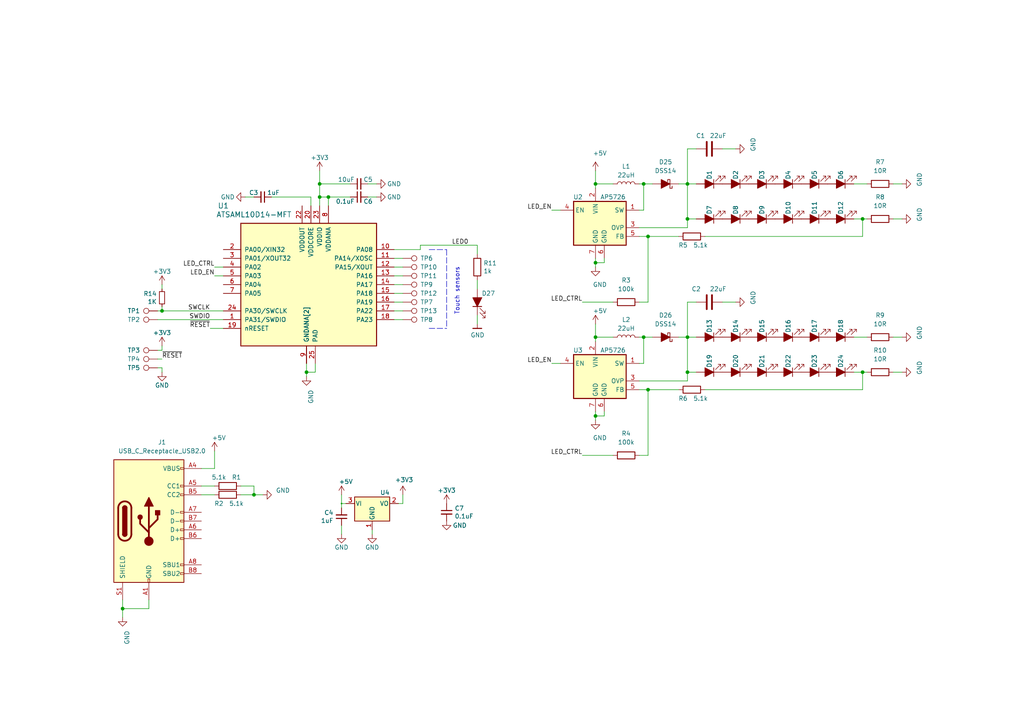
<source format=kicad_sch>
(kicad_sch (version 20201015) (generator eeschema)
  (page 1 1)
  (paper "A4")
  (title_block (title "Meiji Led Ring") (date "2020-12-03") (rev "r1.0") (company "GsD - @gregdavill") (comment 1 "To fit MA794 Barlow lens"))
  (lib_symbols
    (symbol "Connector:TestPoint" (pin_numbers hide) (pin_names (offset 0.762) hide)
      (property "Reference" "TP" (at 0 6.858 0))
      (property "Value" "TestPoint" (at 0 5.08 0))
      (symbol "TestPoint_1_1"
        (pin passive line (at 0 0 90) (length 2.54) (name "1") (number "1"))
      )
    )
    (symbol "Connector:USB_C_Receptacle_USB2.0" (pin_names (offset 1.016))
      (property "Reference" "J" (at -10.16 19.05 0))
      (property "Value" "USB_C_Receptacle_USB2.0" (at 19.05 19.05 0))
      (symbol "USB_C_Receptacle_USB2.0_1_1"
        (pin power_in line (at 0 -22.86 90) (length 5.08) (name "GND") (number "A1"))
        (pin passive line (at 0 -22.86 90) (length 5.08) hide (name "GND") (number "A12"))
        (pin power_in line (at 15.24 15.24 180) (length 5.08) (name "VBUS") (number "A4"))
        (pin bidirectional line (at 15.24 10.16 180) (length 5.08) (name "CC1") (number "A5"))
        (pin bidirectional line (at 15.24 -2.54 180) (length 5.08) (name "D+") (number "A6"))
        (pin bidirectional line (at 15.24 2.54 180) (length 5.08) (name "D-") (number "A7"))
        (pin bidirectional line (at 15.24 -12.7 180) (length 5.08) (name "SBU1") (number "A8"))
        (pin passive line (at 15.24 15.24 180) (length 5.08) hide (name "VBUS") (number "A9"))
        (pin passive line (at 0 -22.86 90) (length 5.08) hide (name "GND") (number "B1"))
        (pin passive line (at 0 -22.86 90) (length 5.08) hide (name "GND") (number "B12"))
        (pin passive line (at 15.24 15.24 180) (length 5.08) hide (name "VBUS") (number "B4"))
        (pin bidirectional line (at 15.24 7.62 180) (length 5.08) (name "CC2") (number "B5"))
        (pin bidirectional line (at 15.24 -5.08 180) (length 5.08) (name "D+") (number "B6"))
        (pin bidirectional line (at 15.24 0 180) (length 5.08) (name "D-") (number "B7"))
        (pin bidirectional line (at 15.24 -15.24 180) (length 5.08) (name "SBU2") (number "B8"))
        (pin passive line (at 15.24 15.24 180) (length 5.08) hide (name "VBUS") (number "B9"))
        (pin passive line (at -7.62 -22.86 90) (length 5.08) (name "SHIELD") (number "S1"))
      )
    )
    (symbol "Device:C" (pin_numbers hide) (pin_names (offset 0.254))
      (property "Reference" "C" (at 0.635 2.54 0))
      (property "Value" "C" (at 0.635 -2.54 0))
      (symbol "C_1_1"
        (pin passive line (at 0 3.81 270) (length 2.794) (name "~") (number "1"))
        (pin passive line (at 0 -3.81 90) (length 2.794) (name "~") (number "2"))
      )
    )
    (symbol "Device:C_Small" (pin_numbers hide) (pin_names (offset 0.254) hide)
      (property "Reference" "C" (at 0.254 1.778 0))
      (property "Value" "C_Small" (at 0.254 -2.032 0))
      (symbol "C_Small_1_1"
        (pin passive line (at 0 2.54 270) (length 2.032) (name "~") (number "1"))
        (pin passive line (at 0 -2.54 90) (length 2.032) (name "~") (number "2"))
      )
    )
    (symbol "Device:D_Schottky_ALT" (pin_numbers hide) (pin_names (offset 1.016) hide)
      (property "Reference" "D" (at 0 2.54 0))
      (property "Value" "D_Schottky_ALT" (at 0 -2.54 0))
      (symbol "D_Schottky_ALT_1_1"
        (pin passive line (at -3.81 0 0) (length 2.54) (name "K") (number "1"))
        (pin passive line (at 3.81 0 180) (length 2.54) (name "A") (number "2"))
      )
    )
    (symbol "Device:L" (pin_numbers hide) (pin_names (offset 1.016) hide)
      (property "Reference" "L" (at -1.27 0 90))
      (property "Value" "L" (at 1.905 0 90))
      (symbol "L_1_1"
        (pin passive line (at 0 3.81 270) (length 1.27) (name "1") (number "1"))
        (pin passive line (at 0 -3.81 90) (length 1.27) (name "2") (number "2"))
      )
    )
    (symbol "Device:LED_ALT" (pin_numbers hide) (pin_names hide)
      (property "Reference" "D" (at 0 2.54 0))
      (property "Value" "LED_ALT" (at 0 -2.54 0))
      (symbol "LED_ALT_1_1"
        (pin passive line (at -3.81 0 0) (length 2.54) (name "K") (number "1"))
        (pin passive line (at 3.81 0 180) (length 2.54) (name "A") (number "2"))
      )
    )
    (symbol "Device:LED_ALT_1" (pin_numbers hide) (pin_names (offset 1.016) hide)
      (property "Reference" "D" (at 0 2.54 0))
      (property "Value" "LED_ALT" (at 0 -2.54 0))
      (symbol "LED_ALT_1_1_1"
        (pin passive line (at -3.81 0 0) (length 2.54) (name "K") (number "1"))
        (pin passive line (at 3.81 0 180) (length 2.54) (name "A") (number "2"))
      )
    )
    (symbol "Device:LED_ALT_10" (pin_numbers hide) (pin_names (offset 1.016) hide)
      (property "Reference" "D" (at 0 2.54 0))
      (property "Value" "LED_ALT" (at 0 -2.54 0))
      (symbol "LED_ALT_10_1_1"
        (pin passive line (at -3.81 0 0) (length 2.54) (name "K") (number "1"))
        (pin passive line (at 3.81 0 180) (length 2.54) (name "A") (number "2"))
      )
    )
    (symbol "Device:LED_ALT_11" (pin_numbers hide) (pin_names (offset 1.016) hide)
      (property "Reference" "D" (at 0 2.54 0))
      (property "Value" "LED_ALT" (at 0 -2.54 0))
      (symbol "LED_ALT_11_1_1"
        (pin passive line (at -3.81 0 0) (length 2.54) (name "K") (number "1"))
        (pin passive line (at 3.81 0 180) (length 2.54) (name "A") (number "2"))
      )
    )
    (symbol "Device:LED_ALT_12" (pin_numbers hide) (pin_names (offset 1.016) hide)
      (property "Reference" "D" (at 0 2.54 0))
      (property "Value" "LED_ALT" (at 0 -2.54 0))
      (symbol "LED_ALT_12_1_1"
        (pin passive line (at -3.81 0 0) (length 2.54) (name "K") (number "1"))
        (pin passive line (at 3.81 0 180) (length 2.54) (name "A") (number "2"))
      )
    )
    (symbol "Device:LED_ALT_13" (pin_numbers hide) (pin_names (offset 1.016) hide)
      (property "Reference" "D" (at 0 2.54 0))
      (property "Value" "LED_ALT" (at 0 -2.54 0))
      (symbol "LED_ALT_13_1_1"
        (pin passive line (at -3.81 0 0) (length 2.54) (name "K") (number "1"))
        (pin passive line (at 3.81 0 180) (length 2.54) (name "A") (number "2"))
      )
    )
    (symbol "Device:LED_ALT_14" (pin_numbers hide) (pin_names (offset 1.016) hide)
      (property "Reference" "D" (at 0 2.54 0))
      (property "Value" "LED_ALT" (at 0 -2.54 0))
      (symbol "LED_ALT_14_1_1"
        (pin passive line (at -3.81 0 0) (length 2.54) (name "K") (number "1"))
        (pin passive line (at 3.81 0 180) (length 2.54) (name "A") (number "2"))
      )
    )
    (symbol "Device:LED_ALT_15" (pin_numbers hide) (pin_names (offset 1.016) hide)
      (property "Reference" "D" (at 0 2.54 0))
      (property "Value" "LED_ALT" (at 0 -2.54 0))
      (symbol "LED_ALT_15_1_1"
        (pin passive line (at -3.81 0 0) (length 2.54) (name "K") (number "1"))
        (pin passive line (at 3.81 0 180) (length 2.54) (name "A") (number "2"))
      )
    )
    (symbol "Device:LED_ALT_16" (pin_numbers hide) (pin_names (offset 1.016) hide)
      (property "Reference" "D" (at 0 2.54 0))
      (property "Value" "LED_ALT" (at 0 -2.54 0))
      (symbol "LED_ALT_16_1_1"
        (pin passive line (at -3.81 0 0) (length 2.54) (name "K") (number "1"))
        (pin passive line (at 3.81 0 180) (length 2.54) (name "A") (number "2"))
      )
    )
    (symbol "Device:LED_ALT_17" (pin_numbers hide) (pin_names (offset 1.016) hide)
      (property "Reference" "D" (at 0 2.54 0))
      (property "Value" "LED_ALT" (at 0 -2.54 0))
      (symbol "LED_ALT_17_1_1"
        (pin passive line (at -3.81 0 0) (length 2.54) (name "K") (number "1"))
        (pin passive line (at 3.81 0 180) (length 2.54) (name "A") (number "2"))
      )
    )
    (symbol "Device:LED_ALT_18" (pin_numbers hide) (pin_names (offset 1.016) hide)
      (property "Reference" "D" (at 0 2.54 0))
      (property "Value" "LED_ALT" (at 0 -2.54 0))
      (symbol "LED_ALT_18_1_1"
        (pin passive line (at -3.81 0 0) (length 2.54) (name "K") (number "1"))
        (pin passive line (at 3.81 0 180) (length 2.54) (name "A") (number "2"))
      )
    )
    (symbol "Device:LED_ALT_19" (pin_numbers hide) (pin_names (offset 1.016) hide)
      (property "Reference" "D" (at 0 2.54 0))
      (property "Value" "LED_ALT" (at 0 -2.54 0))
      (symbol "LED_ALT_19_1_1"
        (pin passive line (at -3.81 0 0) (length 2.54) (name "K") (number "1"))
        (pin passive line (at 3.81 0 180) (length 2.54) (name "A") (number "2"))
      )
    )
    (symbol "Device:LED_ALT_2" (pin_numbers hide) (pin_names (offset 1.016) hide)
      (property "Reference" "D" (at 0 2.54 0))
      (property "Value" "LED_ALT" (at 0 -2.54 0))
      (symbol "LED_ALT_2_1_1"
        (pin passive line (at -3.81 0 0) (length 2.54) (name "K") (number "1"))
        (pin passive line (at 3.81 0 180) (length 2.54) (name "A") (number "2"))
      )
    )
    (symbol "Device:LED_ALT_20" (pin_numbers hide) (pin_names (offset 1.016) hide)
      (property "Reference" "D" (at 0 2.54 0))
      (property "Value" "LED_ALT" (at 0 -2.54 0))
      (symbol "LED_ALT_20_1_1"
        (pin passive line (at -3.81 0 0) (length 2.54) (name "K") (number "1"))
        (pin passive line (at 3.81 0 180) (length 2.54) (name "A") (number "2"))
      )
    )
    (symbol "Device:LED_ALT_21" (pin_numbers hide) (pin_names (offset 1.016) hide)
      (property "Reference" "D" (at 0 2.54 0))
      (property "Value" "LED_ALT" (at 0 -2.54 0))
      (symbol "LED_ALT_21_1_1"
        (pin passive line (at -3.81 0 0) (length 2.54) (name "K") (number "1"))
        (pin passive line (at 3.81 0 180) (length 2.54) (name "A") (number "2"))
      )
    )
    (symbol "Device:LED_ALT_22" (pin_numbers hide) (pin_names (offset 1.016) hide)
      (property "Reference" "D" (at 0 2.54 0))
      (property "Value" "LED_ALT" (at 0 -2.54 0))
      (symbol "LED_ALT_22_1_1"
        (pin passive line (at -3.81 0 0) (length 2.54) (name "K") (number "1"))
        (pin passive line (at 3.81 0 180) (length 2.54) (name "A") (number "2"))
      )
    )
    (symbol "Device:LED_ALT_23" (pin_numbers hide) (pin_names (offset 1.016) hide)
      (property "Reference" "D" (at 0 2.54 0))
      (property "Value" "LED_ALT" (at 0 -2.54 0))
      (symbol "LED_ALT_23_1_1"
        (pin passive line (at -3.81 0 0) (length 2.54) (name "K") (number "1"))
        (pin passive line (at 3.81 0 180) (length 2.54) (name "A") (number "2"))
      )
    )
    (symbol "Device:LED_ALT_24" (pin_numbers hide) (pin_names (offset 1.016) hide)
      (property "Reference" "D" (at 0 2.54 0))
      (property "Value" "LED_ALT" (at 0 -2.54 0))
      (symbol "LED_ALT_24_1_1"
        (pin passive line (at -3.81 0 0) (length 2.54) (name "K") (number "1"))
        (pin passive line (at 3.81 0 180) (length 2.54) (name "A") (number "2"))
      )
    )
    (symbol "Device:LED_ALT_3" (pin_numbers hide) (pin_names (offset 1.016) hide)
      (property "Reference" "D" (at 0 2.54 0))
      (property "Value" "LED_ALT" (at 0 -2.54 0))
      (symbol "LED_ALT_3_1_1"
        (pin passive line (at -3.81 0 0) (length 2.54) (name "K") (number "1"))
        (pin passive line (at 3.81 0 180) (length 2.54) (name "A") (number "2"))
      )
    )
    (symbol "Device:LED_ALT_4" (pin_numbers hide) (pin_names (offset 1.016) hide)
      (property "Reference" "D" (at 0 2.54 0))
      (property "Value" "LED_ALT" (at 0 -2.54 0))
      (symbol "LED_ALT_4_1_1"
        (pin passive line (at -3.81 0 0) (length 2.54) (name "K") (number "1"))
        (pin passive line (at 3.81 0 180) (length 2.54) (name "A") (number "2"))
      )
    )
    (symbol "Device:LED_ALT_5" (pin_numbers hide) (pin_names (offset 1.016) hide)
      (property "Reference" "D" (at 0 2.54 0))
      (property "Value" "LED_ALT" (at 0 -2.54 0))
      (symbol "LED_ALT_5_1_1"
        (pin passive line (at -3.81 0 0) (length 2.54) (name "K") (number "1"))
        (pin passive line (at 3.81 0 180) (length 2.54) (name "A") (number "2"))
      )
    )
    (symbol "Device:LED_ALT_6" (pin_numbers hide) (pin_names (offset 1.016) hide)
      (property "Reference" "D" (at 0 2.54 0))
      (property "Value" "LED_ALT" (at 0 -2.54 0))
      (symbol "LED_ALT_6_1_1"
        (pin passive line (at -3.81 0 0) (length 2.54) (name "K") (number "1"))
        (pin passive line (at 3.81 0 180) (length 2.54) (name "A") (number "2"))
      )
    )
    (symbol "Device:LED_ALT_7" (pin_numbers hide) (pin_names (offset 1.016) hide)
      (property "Reference" "D" (at 0 2.54 0))
      (property "Value" "LED_ALT" (at 0 -2.54 0))
      (symbol "LED_ALT_7_1_1"
        (pin passive line (at -3.81 0 0) (length 2.54) (name "K") (number "1"))
        (pin passive line (at 3.81 0 180) (length 2.54) (name "A") (number "2"))
      )
    )
    (symbol "Device:LED_ALT_8" (pin_numbers hide) (pin_names (offset 1.016) hide)
      (property "Reference" "D" (at 0 2.54 0))
      (property "Value" "LED_ALT" (at 0 -2.54 0))
      (symbol "LED_ALT_8_1_1"
        (pin passive line (at -3.81 0 0) (length 2.54) (name "K") (number "1"))
        (pin passive line (at 3.81 0 180) (length 2.54) (name "A") (number "2"))
      )
    )
    (symbol "Device:LED_ALT_9" (pin_numbers hide) (pin_names (offset 1.016) hide)
      (property "Reference" "D" (at 0 2.54 0))
      (property "Value" "LED_ALT" (at 0 -2.54 0))
      (symbol "LED_ALT_9_1_1"
        (pin passive line (at -3.81 0 0) (length 2.54) (name "K") (number "1"))
        (pin passive line (at 3.81 0 180) (length 2.54) (name "A") (number "2"))
      )
    )
    (symbol "Device:R" (pin_numbers hide) (pin_names (offset 0))
      (property "Reference" "R" (at 2.032 0 90))
      (property "Value" "R" (at 0 0 90))
      (symbol "R_1_1"
        (pin passive line (at 0 3.81 270) (length 1.27) (name "~") (number "1"))
        (pin passive line (at 0 -3.81 90) (length 1.27) (name "~") (number "2"))
      )
    )
    (symbol "Device:R_1" (pin_numbers hide) (pin_names (offset 0))
      (property "Reference" "R" (at 2.032 0 90))
      (property "Value" "R" (at 0 0 90))
      (symbol "R_1_1_1"
        (pin passive line (at 0 3.81 270) (length 1.27) (name "~") (number "1"))
        (pin passive line (at 0 -3.81 90) (length 1.27) (name "~") (number "2"))
      )
    )
    (symbol "Device:R_10" (pin_numbers hide) (pin_names (offset 0))
      (property "Reference" "R" (at 2.032 0 90))
      (property "Value" "R" (at 0 0 90))
      (symbol "R_10_1_1"
        (pin passive line (at 0 3.81 270) (length 1.27) (name "~") (number "1"))
        (pin passive line (at 0 -3.81 90) (length 1.27) (name "~") (number "2"))
      )
    )
    (symbol "Device:R_2" (pin_numbers hide) (pin_names (offset 0))
      (property "Reference" "R" (at 2.032 0 90))
      (property "Value" "R" (at 0 0 90))
      (symbol "R_2_1_1"
        (pin passive line (at 0 3.81 270) (length 1.27) (name "~") (number "1"))
        (pin passive line (at 0 -3.81 90) (length 1.27) (name "~") (number "2"))
      )
    )
    (symbol "Device:R_3" (pin_numbers hide) (pin_names (offset 0))
      (property "Reference" "R" (at 2.032 0 90))
      (property "Value" "R" (at 0 0 90))
      (symbol "R_3_1_1"
        (pin passive line (at 0 3.81 270) (length 1.27) (name "~") (number "1"))
        (pin passive line (at 0 -3.81 90) (length 1.27) (name "~") (number "2"))
      )
    )
    (symbol "Device:R_4" (pin_numbers hide) (pin_names (offset 0))
      (property "Reference" "R" (at 2.032 0 90))
      (property "Value" "R" (at 0 0 90))
      (symbol "R_4_1_1"
        (pin passive line (at 0 3.81 270) (length 1.27) (name "~") (number "1"))
        (pin passive line (at 0 -3.81 90) (length 1.27) (name "~") (number "2"))
      )
    )
    (symbol "Device:R_5" (pin_numbers hide) (pin_names (offset 0))
      (property "Reference" "R" (at 2.032 0 90))
      (property "Value" "R" (at 0 0 90))
      (symbol "R_5_1_1"
        (pin passive line (at 0 3.81 270) (length 1.27) (name "~") (number "1"))
        (pin passive line (at 0 -3.81 90) (length 1.27) (name "~") (number "2"))
      )
    )
    (symbol "Device:R_6" (pin_numbers hide) (pin_names (offset 0))
      (property "Reference" "R" (at 2.032 0 90))
      (property "Value" "R" (at 0 0 90))
      (symbol "R_6_1_1"
        (pin passive line (at 0 3.81 270) (length 1.27) (name "~") (number "1"))
        (pin passive line (at 0 -3.81 90) (length 1.27) (name "~") (number "2"))
      )
    )
    (symbol "Device:R_7" (pin_numbers hide) (pin_names (offset 0))
      (property "Reference" "R" (at 2.032 0 90))
      (property "Value" "R" (at 0 0 90))
      (symbol "R_7_1_1"
        (pin passive line (at 0 3.81 270) (length 1.27) (name "~") (number "1"))
        (pin passive line (at 0 -3.81 90) (length 1.27) (name "~") (number "2"))
      )
    )
    (symbol "Device:R_8" (pin_numbers hide) (pin_names (offset 0))
      (property "Reference" "R" (at 2.032 0 90))
      (property "Value" "R" (at 0 0 90))
      (symbol "R_8_1_1"
        (pin passive line (at 0 3.81 270) (length 1.27) (name "~") (number "1"))
        (pin passive line (at 0 -3.81 90) (length 1.27) (name "~") (number "2"))
      )
    )
    (symbol "Device:R_9" (pin_numbers hide) (pin_names (offset 0))
      (property "Reference" "R" (at 2.032 0 90))
      (property "Value" "R" (at 0 0 90))
      (symbol "R_9_1_1"
        (pin passive line (at 0 3.81 270) (length 1.27) (name "~") (number "1"))
        (pin passive line (at 0 -3.81 90) (length 1.27) (name "~") (number "2"))
      )
    )
    (symbol "Device:R_Small" (pin_numbers hide) (pin_names (offset 0.254) hide)
      (property "Reference" "R" (at 0.762 0.508 0))
      (property "Value" "R_Small" (at 0.762 -1.016 0))
      (symbol "R_Small_1_1"
        (pin passive line (at 0 2.54 270) (length 0.762) (name "~") (number "1"))
        (pin passive line (at 0 -2.54 90) (length 0.762) (name "~") (number "2"))
      )
    )
    (symbol "Regulator_Linear:MCP1700-3302E_SOT23" (pin_names (offset 0.254))
      (property "Reference" "U" (at -3.81 3.175 0))
      (property "Value" "MCP1700-3302E_SOT23" (at 0 3.175 0))
      (symbol "MCP1700-3302E_SOT23_1_1"
        (pin power_in line (at 0 -7.62 90) (length 2.54) (name "GND") (number "1"))
        (pin power_out line (at 7.62 0 180) (length 2.54) (name "VO") (number "2"))
        (pin power_in line (at -7.62 0 0) (length 2.54) (name "VI") (number "3"))
      )
    )
    (symbol "gkl_power:GND" (power) (pin_names (offset 0))
      (property "Value" "GND" (at 0 -2.54 0))
      (symbol "GND_1_1"
        (pin power_in line (at 0 0 270) (length 0) hide (name "GND") (number "1"))
      )
    )
    (symbol "gsd-kicad:AP5726"
      (property "Reference" "U" (at 5.08 2.54 0))
      (property "Value" "AP5726" (at 15.24 2.54 0))
      (symbol "AP5726_1_1"
        (pin input line (at 10.16 5.08 270) (length 3.81) (name "VIN") (number "2"))
        (pin input line (at 22.86 -1.27 180) (length 3.81) (name "SW") (number "1"))
        (pin input line (at 22.86 -6.35 180) (length 3.81) (name "OVP") (number "3"))
        (pin input line (at 0 -1.27 0) (length 3.81) (name "EN") (number "4"))
        (pin input line (at 22.86 -8.89 180) (length 3.81) (name "FB") (number "5"))
        (pin input line (at 12.7 -15.24 90) (length 3.81) (name "GND") (number "6"))
        (pin input line (at 10.16 -15.24 90) (length 3.81) (name "GND") (number "7"))
      )
    )
    (symbol "gsd-kicad:ATSAML10D14-MFT" (pin_names (offset 1.016))
      (property "Reference" "U" (at 5.08 8.89 0))
      (property "Value" "ATSAML10D14-MFT" (at 33.02 8.89 0))
      (symbol "ATSAML10D14-MFT_1_1"
        (pin power_in line (at 24.13 -33.02 90) (length 5.08) (name "GNDANA[2]") (number "9"))
        (pin power_in line (at 24.13 -33.02 90) (length 5.08) (name "GNDANA[2]") (number "21"))
        (pin bidirectional line (at 0 0 0) (length 5.08) (name "PA00/XIN32") (number "2"))
        (pin bidirectional line (at 0 -2.54 0) (length 5.08) (name "PA01/XOUT32") (number "3"))
        (pin bidirectional line (at 0 -5.08 0) (length 5.08) (name "PA02") (number "4"))
        (pin bidirectional line (at 0 -7.62 0) (length 5.08) (name "PA03") (number "5"))
        (pin bidirectional line (at 0 -10.16 0) (length 5.08) (name "PA04") (number "6"))
        (pin bidirectional line (at 0 -12.7 0) (length 5.08) (name "PA05") (number "7"))
        (pin bidirectional line (at 49.53 0 180) (length 5.08) (name "PA08") (number "10"))
        (pin bidirectional line (at 49.53 -2.54 180) (length 5.08) (name "PA14/XOSC") (number "11"))
        (pin bidirectional line (at 49.53 -5.08 180) (length 5.08) (name "PA15/XOUT") (number "12"))
        (pin bidirectional line (at 49.53 -7.62 180) (length 5.08) (name "PA16") (number "13"))
        (pin bidirectional line (at 49.53 -10.16 180) (length 5.08) (name "PA17") (number "14"))
        (pin bidirectional line (at 49.53 -12.7 180) (length 5.08) (name "PA18") (number "15"))
        (pin bidirectional line (at 49.53 -15.24 180) (length 5.08) (name "PA19") (number "16"))
        (pin bidirectional line (at 49.53 -17.78 180) (length 5.08) (name "PA22") (number "17"))
        (pin bidirectional line (at 49.53 -20.32 180) (length 5.08) (name "PA23") (number "18"))
        (pin bidirectional line (at 0 -17.78 0) (length 5.08) (name "PA30/SWCLK") (number "24"))
        (pin bidirectional line (at 0 -20.32 0) (length 5.08) (name "PA31/SWDIO") (number "1"))
        (pin power_in line (at 26.67 -33.02 90) (length 5.08) (name "PAD") (number "25"))
        (pin power_in line (at 30.48 12.7 270) (length 5.08) (name "VDDANA") (number "8"))
        (pin power_in line (at 25.4 12.7 270) (length 5.08) (name "VDDCORE") (number "20"))
        (pin power_in line (at 27.94 12.7 270) (length 5.08) (name "VDDIO") (number "23"))
        (pin power_in line (at 22.86 12.7 270) (length 5.08) (name "VDDOUT") (number "22"))
        (pin bidirectional line (at 0 -22.86 0) (length 5.08) (name "nRESET") (number "19"))
      )
    )
    (symbol "power:+3.3V" (power) (pin_names (offset 0))
      (property "Value" "+3.3V" (at 0 3.556 0))
      (symbol "+3.3V_1_1"
        (pin power_in line (at 0 0 90) (length 0) hide (name "+3V3") (number "1"))
      )
    )
    (symbol "power:+5V" (power) (pin_names (offset 0))
      (property "Value" "+5V" (at 0 3.556 0))
      (symbol "+5V_1_1"
        (pin power_in line (at 0 0 90) (length 0) hide (name "+5V") (number "1"))
      )
    )
    (symbol "power:GND" (power) (pin_names (offset 0))
      (property "Value" "GND" (at 0 -3.81 0))
      (symbol "GND_1_1"
        (pin power_in line (at 0 0 270) (length 0) hide (name "GND") (number "1"))
      )
    )
  )
  (bus_alias "GPDI" (members "CK_N" "CK_P" "D0_N" "D0_P" "D1_N" "D1_P" "D2_N" "D2_P"))
  (junction (at 35.56 176.53) (diameter 0.9144))
  (junction (at 46.99 90.17) (diameter 0.9144))
  (junction (at 73.66 143.51) (diameter 0.9144))
  (junction (at 88.9 107.95) (diameter 0.9144))
  (junction (at 92.71 53.34) (diameter 0.9144))
  (junction (at 92.71 57.15) (diameter 0.9144))
  (junction (at 95.25 57.15) (diameter 0.9144))
  (junction (at 99.06 146.05) (diameter 0.3048))
  (junction (at 172.72 53.34) (diameter 0.9144))
  (junction (at 172.72 76.2) (diameter 0.9144))
  (junction (at 172.72 97.79) (diameter 0.9144))
  (junction (at 172.72 120.65) (diameter 0.9144))
  (junction (at 186.69 53.34) (diameter 0.9144))
  (junction (at 186.69 97.79) (diameter 0.9144))
  (junction (at 187.96 68.58) (diameter 0.9144))
  (junction (at 187.96 113.03) (diameter 0.9144))
  (junction (at 199.39 53.34) (diameter 0.9144))
  (junction (at 199.39 63.5) (diameter 0.9144))
  (junction (at 199.39 97.79) (diameter 0.9144))
  (junction (at 199.39 107.95) (diameter 0.9144))
  (junction (at 250.19 63.5) (diameter 0.9144))
  (junction (at 250.19 107.95) (diameter 0.9144))
  (wire (pts (xy 35.56 173.99) (xy 35.56 176.53)))
  (wire (pts (xy 35.56 176.53) (xy 35.56 179.07)))
  (wire (pts (xy 43.18 173.99) (xy 43.18 176.53)))
  (wire (pts (xy 43.18 176.53) (xy 35.56 176.53)))
  (wire (pts (xy 45.72 92.71) (xy 64.77 92.71)))
  (wire (pts (xy 45.72 101.6) (xy 46.99 101.6)))
  (wire (pts (xy 45.72 104.14) (xy 46.99 104.14)))
  (wire (pts (xy 45.72 106.68) (xy 46.99 106.68)))
  (wire (pts (xy 46.99 83.82) (xy 46.99 82.55)))
  (wire (pts (xy 46.99 90.17) (xy 45.72 90.17)))
  (wire (pts (xy 46.99 90.17) (xy 46.99 88.9)))
  (wire (pts (xy 46.99 90.17) (xy 64.77 90.17)))
  (wire (pts (xy 46.99 101.6) (xy 46.99 100.33)))
  (wire (pts (xy 46.99 106.68) (xy 46.99 107.95)))
  (wire (pts (xy 58.42 135.89) (xy 62.23 135.89)))
  (wire (pts (xy 58.42 140.97) (xy 62.23 140.97)))
  (wire (pts (xy 58.42 143.51) (xy 62.23 143.51)))
  (wire (pts (xy 60.96 95.25) (xy 64.77 95.25)))
  (wire (pts (xy 62.23 77.47) (xy 64.77 77.47)))
  (wire (pts (xy 62.23 80.01) (xy 64.77 80.01)))
  (wire (pts (xy 62.23 130.81) (xy 62.23 135.89)))
  (wire (pts (xy 69.85 140.97) (xy 73.66 140.97)))
  (wire (pts (xy 69.85 143.51) (xy 73.66 143.51)))
  (wire (pts (xy 73.66 57.15) (xy 71.12 57.15)))
  (wire (pts (xy 73.66 140.97) (xy 73.66 143.51)))
  (wire (pts (xy 73.66 143.51) (xy 76.2 143.51)))
  (wire (pts (xy 78.74 57.15) (xy 90.17 57.15)))
  (wire (pts (xy 88.9 105.41) (xy 88.9 107.95)))
  (wire (pts (xy 88.9 107.95) (xy 88.9 109.22)))
  (wire (pts (xy 90.17 57.15) (xy 90.17 59.69)))
  (wire (pts (xy 91.44 105.41) (xy 91.44 107.95)))
  (wire (pts (xy 91.44 107.95) (xy 88.9 107.95)))
  (wire (pts (xy 92.71 49.53) (xy 92.71 53.34)))
  (wire (pts (xy 92.71 53.34) (xy 101.6 53.34)))
  (wire (pts (xy 92.71 57.15) (xy 92.71 53.34)))
  (wire (pts (xy 92.71 57.15) (xy 95.25 57.15)))
  (wire (pts (xy 92.71 59.69) (xy 92.71 57.15)))
  (wire (pts (xy 95.25 57.15) (xy 95.25 59.69)))
  (wire (pts (xy 95.25 57.15) (xy 101.6 57.15)))
  (wire (pts (xy 99.06 143.51) (xy 99.06 146.05)))
  (wire (pts (xy 99.06 146.05) (xy 99.06 147.32)))
  (wire (pts (xy 99.06 152.4) (xy 99.06 154.94)))
  (wire (pts (xy 100.33 146.05) (xy 99.06 146.05)))
  (wire (pts (xy 106.68 53.34) (xy 109.22 53.34)))
  (wire (pts (xy 106.68 57.15) (xy 109.22 57.15)))
  (wire (pts (xy 107.95 153.67) (xy 107.95 154.94)))
  (wire (pts (xy 114.3 74.93) (xy 116.84 74.93)))
  (wire (pts (xy 114.3 77.47) (xy 116.84 77.47)))
  (wire (pts (xy 114.3 80.01) (xy 116.84 80.01)))
  (wire (pts (xy 114.3 82.55) (xy 116.84 82.55)))
  (wire (pts (xy 114.3 85.09) (xy 116.84 85.09)))
  (wire (pts (xy 114.3 87.63) (xy 116.84 87.63)))
  (wire (pts (xy 114.3 90.17) (xy 116.84 90.17)))
  (wire (pts (xy 114.3 92.71) (xy 116.84 92.71)))
  (wire (pts (xy 115.57 146.05) (xy 116.84 146.05)))
  (wire (pts (xy 116.84 146.05) (xy 116.84 143.51)))
  (wire (pts (xy 121.92 71.12) (xy 121.92 72.39)))
  (wire (pts (xy 121.92 71.12) (xy 138.43 71.12)))
  (wire (pts (xy 121.92 72.39) (xy 114.3 72.39)))
  (wire (pts (xy 138.43 73.66) (xy 138.43 71.12)))
  (wire (pts (xy 138.43 81.28) (xy 138.43 83.82)))
  (wire (pts (xy 138.43 91.44) (xy 138.43 93.98)))
  (wire (pts (xy 160.02 60.96) (xy 162.56 60.96)))
  (wire (pts (xy 160.02 105.41) (xy 162.56 105.41)))
  (wire (pts (xy 168.91 87.63) (xy 177.8 87.63)))
  (wire (pts (xy 168.91 132.08) (xy 177.8 132.08)))
  (wire (pts (xy 172.72 49.53) (xy 172.72 53.34)))
  (wire (pts (xy 172.72 53.34) (xy 172.72 54.61)))
  (wire (pts (xy 172.72 74.93) (xy 172.72 76.2)))
  (wire (pts (xy 172.72 76.2) (xy 172.72 77.47)))
  (wire (pts (xy 172.72 93.98) (xy 172.72 97.79)))
  (wire (pts (xy 172.72 97.79) (xy 172.72 99.06)))
  (wire (pts (xy 172.72 119.38) (xy 172.72 120.65)))
  (wire (pts (xy 172.72 120.65) (xy 172.72 121.92)))
  (wire (pts (xy 175.26 74.93) (xy 175.26 76.2)))
  (wire (pts (xy 175.26 76.2) (xy 172.72 76.2)))
  (wire (pts (xy 175.26 119.38) (xy 175.26 120.65)))
  (wire (pts (xy 175.26 120.65) (xy 172.72 120.65)))
  (wire (pts (xy 177.8 53.34) (xy 172.72 53.34)))
  (wire (pts (xy 177.8 97.79) (xy 172.72 97.79)))
  (wire (pts (xy 185.42 60.96) (xy 186.69 60.96)))
  (wire (pts (xy 185.42 66.04) (xy 199.39 66.04)))
  (wire (pts (xy 185.42 68.58) (xy 187.96 68.58)))
  (wire (pts (xy 185.42 87.63) (xy 187.96 87.63)))
  (wire (pts (xy 185.42 105.41) (xy 186.69 105.41)))
  (wire (pts (xy 185.42 110.49) (xy 199.39 110.49)))
  (wire (pts (xy 185.42 113.03) (xy 187.96 113.03)))
  (wire (pts (xy 185.42 132.08) (xy 187.96 132.08)))
  (wire (pts (xy 186.69 53.34) (xy 185.42 53.34)))
  (wire (pts (xy 186.69 53.34) (xy 189.23 53.34)))
  (wire (pts (xy 186.69 60.96) (xy 186.69 53.34)))
  (wire (pts (xy 186.69 97.79) (xy 185.42 97.79)))
  (wire (pts (xy 186.69 97.79) (xy 189.23 97.79)))
  (wire (pts (xy 186.69 105.41) (xy 186.69 97.79)))
  (wire (pts (xy 187.96 68.58) (xy 187.96 87.63)))
  (wire (pts (xy 187.96 68.58) (xy 196.85 68.58)))
  (wire (pts (xy 187.96 113.03) (xy 187.96 132.08)))
  (wire (pts (xy 187.96 113.03) (xy 196.85 113.03)))
  (wire (pts (xy 199.39 43.18) (xy 199.39 53.34)))
  (wire (pts (xy 199.39 53.34) (xy 196.85 53.34)))
  (wire (pts (xy 199.39 53.34) (xy 199.39 63.5)))
  (wire (pts (xy 199.39 53.34) (xy 201.93 53.34)))
  (wire (pts (xy 199.39 66.04) (xy 199.39 63.5)))
  (wire (pts (xy 199.39 87.63) (xy 199.39 97.79)))
  (wire (pts (xy 199.39 97.79) (xy 196.85 97.79)))
  (wire (pts (xy 199.39 97.79) (xy 199.39 107.95)))
  (wire (pts (xy 199.39 97.79) (xy 201.93 97.79)))
  (wire (pts (xy 199.39 110.49) (xy 199.39 107.95)))
  (wire (pts (xy 201.93 43.18) (xy 199.39 43.18)))
  (wire (pts (xy 201.93 63.5) (xy 199.39 63.5)))
  (wire (pts (xy 201.93 87.63) (xy 199.39 87.63)))
  (wire (pts (xy 201.93 107.95) (xy 199.39 107.95)))
  (wire (pts (xy 204.47 68.58) (xy 250.19 68.58)))
  (wire (pts (xy 204.47 113.03) (xy 250.19 113.03)))
  (wire (pts (xy 209.55 43.18) (xy 213.36 43.18)))
  (wire (pts (xy 209.55 87.63) (xy 213.36 87.63)))
  (wire (pts (xy 247.65 53.34) (xy 251.46 53.34)))
  (wire (pts (xy 247.65 63.5) (xy 250.19 63.5)))
  (wire (pts (xy 247.65 97.79) (xy 251.46 97.79)))
  (wire (pts (xy 247.65 107.95) (xy 250.19 107.95)))
  (wire (pts (xy 250.19 63.5) (xy 251.46 63.5)))
  (wire (pts (xy 250.19 68.58) (xy 250.19 63.5)))
  (wire (pts (xy 250.19 107.95) (xy 251.46 107.95)))
  (wire (pts (xy 250.19 113.03) (xy 250.19 107.95)))
  (wire (pts (xy 259.08 53.34) (xy 261.62 53.34)))
  (wire (pts (xy 259.08 63.5) (xy 261.62 63.5)))
  (wire (pts (xy 259.08 97.79) (xy 261.62 97.79)))
  (wire (pts (xy 259.08 107.95) (xy 261.62 107.95)))
  (polyline (pts (xy 124.46 72.39) (xy 129.54 72.39)) (stroke (width 0) (type dash)))
  (polyline (pts (xy 124.46 95.25) (xy 129.54 95.25)) (stroke (width 0) (type dash)))
  (polyline (pts (xy 129.54 72.39) (xy 129.54 95.25)) (stroke (width 0) (type dash)))
  (text "Touch sensors" (at 133.35 77.47 270) (effects (font (size 1.27 1.27)) (justify right bottom)))
  (label "~RESET~" (at 46.99 104.14 0))
  (label "SWCLK" (at 60.96 90.17 180))
  (label "SWDIO" (at 60.96 92.71 180))
  (label "~RESET~" (at 60.96 95.25 180))
  (label "LED_CTRL" (at 62.23 77.47 180))
  (label "LED_EN" (at 62.23 80.01 180))
  (label "LED0" (at 135.89 71.12 180))
  (label "LED_EN" (at 160.02 60.96 180))
  (label "LED_EN" (at 160.02 105.41 180))
  (label "LED_CTRL" (at 168.91 87.63 180))
  (label "LED_CTRL" (at 168.91 132.08 180))
  (symbol (lib_id "gkl_power:GND") (at 138.43 93.98 0) (unit 1)
    (property "Reference" "#PWR08" (effects hide))
    (property "Value" "GND" (at 138.5062 97.1804 0))
  )
  (symbol (lib_id "Connector:TestPoint") (at 45.72 90.17 90) (unit 1)
    (property "Reference" "TP1" (at 40.64 90.17 90) (effects (justify left)))
    (property "Value" "TP_SWCLK" (effects hide))
    (property "Footprint" "TestPoint:TestPoint_Pad_D1.0mm" (effects hide))
  )
  (symbol (lib_id "Connector:TestPoint") (at 45.72 92.71 90) (unit 1)
    (property "Reference" "TP2" (at 40.64 92.71 90) (effects (justify left)))
    (property "Value" "TP_SWDIO" (effects hide))
    (property "Footprint" "TestPoint:TestPoint_Pad_D1.0mm" (effects hide))
  )
  (symbol (lib_id "Connector:TestPoint") (at 45.72 101.6 90) (unit 1)
    (property "Reference" "TP3" (at 40.64 101.6 90) (effects (justify left)))
    (property "Value" "TP_VDD" (effects hide))
    (property "Footprint" "TestPoint:TestPoint_Pad_D1.0mm" (effects hide))
  )
  (symbol (lib_id "Connector:TestPoint") (at 45.72 104.14 90) (unit 1)
    (property "Reference" "TP4" (at 40.64 104.14 90) (effects (justify left)))
    (property "Value" "TP_RESET" (effects hide))
    (property "Footprint" "TestPoint:TestPoint_Pad_D1.0mm" (effects hide))
  )
  (symbol (lib_id "Connector:TestPoint") (at 45.72 106.68 90) (unit 1)
    (property "Reference" "TP5" (at 40.64 106.68 90) (effects (justify left)))
    (property "Value" "TP_GND" (effects hide))
    (property "Footprint" "TestPoint:TestPoint_Pad_D1.0mm" (effects hide))
  )
  (symbol (lib_id "Connector:TestPoint") (at 116.84 74.93 270) (unit 1)
    (property "Reference" "TP6" (at 121.92 74.93 90) (effects (justify left)))
    (property "Value" "TP_SWCLK" (effects hide))
    (property "Footprint" "gsd-footprints:touch_edge_arc" (effects hide))
  )
  (symbol (lib_id "Connector:TestPoint") (at 116.84 77.47 270) (unit 1)
    (property "Reference" "TP10" (at 121.92 77.47 90) (effects (justify left)))
    (property "Value" "TP_SWCLK" (effects hide))
    (property "Footprint" "gsd-footprints:touch_edge_arc" (effects hide))
  )
  (symbol (lib_id "Connector:TestPoint") (at 116.84 80.01 270) (unit 1)
    (property "Reference" "TP11" (at 121.92 80.01 90) (effects (justify left)))
    (property "Value" "TP_SWCLK" (effects hide))
    (property "Footprint" "gsd-footprints:touch_edge_arc" (effects hide))
  )
  (symbol (lib_id "Connector:TestPoint") (at 116.84 82.55 270) (unit 1)
    (property "Reference" "TP9" (at 121.92 82.55 90) (effects (justify left)))
    (property "Value" "TP_SWCLK" (effects hide))
    (property "Footprint" "gsd-footprints:touch_edge_arc" (effects hide))
  )
  (symbol (lib_id "Connector:TestPoint") (at 116.84 85.09 270) (unit 1)
    (property "Reference" "TP12" (at 121.92 85.09 90) (effects (justify left)))
    (property "Value" "TP_SWCLK" (effects hide))
    (property "Footprint" "gsd-footprints:touch_edge_arc" (effects hide))
  )
  (symbol (lib_id "Connector:TestPoint") (at 116.84 87.63 270) (unit 1)
    (property "Reference" "TP7" (at 121.92 87.63 90) (effects (justify left)))
    (property "Value" "TP_SWCLK" (effects hide))
    (property "Footprint" "gsd-footprints:touch_edge_arc" (effects hide))
  )
  (symbol (lib_id "Connector:TestPoint") (at 116.84 90.17 270) (unit 1)
    (property "Reference" "TP13" (at 121.92 90.17 90) (effects (justify left)))
    (property "Value" "TP_SWCLK" (effects hide))
    (property "Footprint" "gsd-footprints:touch_edge_arc" (effects hide))
  )
  (symbol (lib_id "Connector:TestPoint") (at 116.84 92.71 270) (unit 1)
    (property "Reference" "TP8" (at 121.92 92.71 90) (effects (justify left)))
    (property "Value" "TP_SWCLK" (effects hide))
    (property "Footprint" "gsd-footprints:touch_edge_arc" (effects hide))
  )
  (symbol (lib_id "power:+3.3V") (at 46.99 82.55 0) (unit 1)
    (property "Reference" "#PWR0113" (effects hide))
    (property "Value" "+3.3V" (at 46.99 78.74 0))
  )
  (symbol (lib_id "power:+3.3V") (at 46.99 100.33 0) (unit 1)
    (property "Reference" "#PWR0114" (effects hide))
    (property "Value" "+3.3V" (at 46.99 96.52 0))
  )
  (symbol (lib_id "power:+5V") (at 62.23 130.81 0) (unit 1)
    (property "Reference" "#PWR0103" (effects hide))
    (property "Value" "+5V" (at 63.5 127 0))
  )
  (symbol (lib_id "power:+3.3V") (at 92.71 49.53 0) (mirror y) (unit 1)
    (property "Reference" "#PWR0111" (effects hide))
    (property "Value" "+3.3V" (at 92.71 45.72 0))
  )
  (symbol (lib_id "power:+5V") (at 99.06 143.51 0) (unit 1)
    (property "Reference" "#PWR0116" (effects hide))
    (property "Value" "+5V" (at 100.33 139.7 0))
  )
  (symbol (lib_id "power:+3.3V") (at 116.84 143.51 0) (unit 1)
    (property "Reference" "#PWR0120" (effects hide))
    (property "Value" "+3.3V" (at 117.2083 139.1856 0))
  )
  (symbol (lib_id "power:+3.3V") (at 129.54 146.05 0) (unit 1)
    (property "Reference" "#PWR0121" (effects hide))
    (property "Value" "+3.3V" (at 129.54 142.24 0))
  )
  (symbol (lib_id "power:+5V") (at 172.72 49.53 0) (unit 1)
    (property "Reference" "#PWR0106" (effects hide))
    (property "Value" "+5V" (at 173.99 44.45 0))
  )
  (symbol (lib_id "power:+5V") (at 172.72 93.98 0) (unit 1)
    (property "Reference" "#PWR0101" (effects hide))
    (property "Value" "+5V" (at 173.99 90.17 0))
  )
  (symbol (lib_id "Device:L") (at 181.61 53.34 90) (unit 1)
    (property "Reference" "L1" (at 181.61 48.26 90))
    (property "Value" "22uH" (at 181.61 50.8 90))
    (property "Footprint" "Inductor_SMD:L_Taiyo-Yuden_NR-40xx" (effects hide))
    (property "Mfg" "cjiang(Changjiang Microelectronics Tech)" (effects hide))
    (property "PN" "FNR4012S220MT" (effects hide))
  )
  (symbol (lib_id "Device:L") (at 181.61 97.79 90) (unit 1)
    (property "Reference" "L2" (at 181.61 92.71 90))
    (property "Value" "22uH" (at 181.61 95.25 90))
    (property "Footprint" "Inductor_SMD:L_Taiyo-Yuden_NR-40xx" (effects hide))
    (property "Mfg" "cjiang(Changjiang Microelectronics Tech)" (effects hide))
    (property "PN" "FNR4012S220MT" (effects hide))
  )
  (symbol (lib_id "power:GND") (at 35.56 179.07 0) (unit 1)
    (property "Reference" "#PWR0104" (effects hide))
    (property "Value" "GND" (at 36.83 182.88 90) (effects (justify right)))
  )
  (symbol (lib_id "power:GND") (at 46.99 107.95 0) (unit 1)
    (property "Reference" "#PWR0115" (effects hide))
    (property "Value" "GND" (at 46.99 111.76 0))
  )
  (symbol (lib_id "power:GND") (at 71.12 57.15 270) (unit 1)
    (property "Reference" "#PWR0110" (effects hide))
    (property "Value" "GND" (at 66.04 57.15 90))
  )
  (symbol (lib_id "power:GND") (at 76.2 143.51 90) (unit 1)
    (property "Reference" "#PWR01" (effects hide))
    (property "Value" "GND" (at 80.01 142.24 90) (effects (justify right)))
  )
  (symbol (lib_id "power:GND") (at 88.9 109.22 0) (unit 1)
    (property "Reference" "#PWR0112" (effects hide))
    (property "Value" "GND" (at 90.17 113.03 90) (effects (justify right)))
  )
  (symbol (lib_id "power:GND") (at 99.06 154.94 0) (unit 1)
    (property "Reference" "#PWR0118" (effects hide))
    (property "Value" "GND" (at 99.06 158.75 0))
  )
  (symbol (lib_id "power:GND") (at 107.95 154.94 0) (unit 1)
    (property "Reference" "#PWR0119" (effects hide))
    (property "Value" "GND" (at 107.95 158.75 0))
  )
  (symbol (lib_id "power:GND") (at 109.22 53.34 90) (mirror x) (unit 1)
    (property "Reference" "#PWR0109" (effects hide))
    (property "Value" "GND" (at 114.3 53.34 90))
  )
  (symbol (lib_id "power:GND") (at 109.22 57.15 90) (unit 1)
    (property "Reference" "#PWR0108" (effects hide))
    (property "Value" "GND" (at 114.3 57.15 90))
  )
  (symbol (lib_id "power:GND") (at 129.54 151.13 0) (unit 1)
    (property "Reference" "#PWR0117" (effects hide))
    (property "Value" "GND" (at 133.35 152.4 0))
  )
  (symbol (lib_id "power:GND") (at 172.72 77.47 0) (unit 1)
    (property "Reference" "#PWR02" (effects hide))
    (property "Value" "GND" (at 173.99 82.55 0))
  )
  (symbol (lib_id "power:GND") (at 172.72 121.92 0) (unit 1)
    (property "Reference" "#PWR03" (effects hide))
    (property "Value" "GND" (at 173.99 127 0))
  )
  (symbol (lib_id "power:GND") (at 213.36 43.18 90) (unit 1)
    (property "Reference" "#PWR0105" (effects hide))
    (property "Value" "GND" (at 218.44 41.91 0))
  )
  (symbol (lib_id "power:GND") (at 213.36 87.63 90) (unit 1)
    (property "Reference" "#PWR0102" (effects hide))
    (property "Value" "GND" (at 218.44 86.36 0))
  )
  (symbol (lib_id "power:GND") (at 261.62 53.34 90) (unit 1)
    (property "Reference" "#PWR04" (effects hide))
    (property "Value" "GND" (at 266.7 52.07 0))
  )
  (symbol (lib_id "power:GND") (at 261.62 63.5 90) (unit 1)
    (property "Reference" "#PWR05" (effects hide))
    (property "Value" "GND" (at 266.7 62.23 0))
  )
  (symbol (lib_id "power:GND") (at 261.62 97.79 90) (unit 1)
    (property "Reference" "#PWR06" (effects hide))
    (property "Value" "GND" (at 266.7 96.52 0))
  )
  (symbol (lib_id "power:GND") (at 261.62 107.95 90) (unit 1)
    (property "Reference" "#PWR07" (effects hide))
    (property "Value" "GND" (at 266.7 106.68 0))
  )
  (symbol (lib_id "Device:R_Small") (at 46.99 86.36 0) (mirror x) (unit 1)
    (property "Reference" "R14" (at 45.4914 85.1916 0) (effects (justify right)))
    (property "Value" "1K" (at 45.4914 87.503 0) (effects (justify right)))
    (property "Footprint" "Resistor_SMD:R_0402_1005Metric" (effects hide))
  )
  (symbol (lib_name "Device:R_10") (lib_id "Device:R") (at 66.04 140.97 270) (unit 1)
    (property "Reference" "R1" (at 68.58 138.43 90))
    (property "Value" "5.1k" (at 63.5 138.43 90))
    (property "Footprint" "Resistor_SMD:R_0402_1005Metric" (effects hide))
  )
  (symbol (lib_name "Device:R_9") (lib_id "Device:R") (at 66.04 143.51 90) (unit 1)
    (property "Reference" "R2" (at 63.5 146.05 90))
    (property "Value" "5.1k" (at 68.58 146.05 90))
    (property "Footprint" "Resistor_SMD:R_0402_1005Metric" (effects hide))
  )
  (symbol (lib_id "Device:R") (at 138.43 77.47 0) (unit 1)
    (property "Reference" "R11" (at 140.2081 76.3206 0) (effects (justify left)))
    (property "Value" "1k" (at 140.2081 78.6193 0) (effects (justify left)))
    (property "Footprint" "Resistor_SMD:R_0402_1005Metric" (effects hide))
  )
  (symbol (lib_name "Device:R_3") (lib_id "Device:R") (at 181.61 87.63 90) (unit 1)
    (property "Reference" "R3" (at 181.61 81.28 90))
    (property "Value" "100k" (at 181.61 83.82 90))
    (property "Footprint" "Resistor_SMD:R_0402_1005Metric" (effects hide))
  )
  (symbol (lib_name "Device:R_5") (lib_id "Device:R") (at 181.61 132.08 90) (unit 1)
    (property "Reference" "R4" (at 181.61 125.73 90))
    (property "Value" "100k" (at 181.61 128.27 90))
    (property "Footprint" "Resistor_SMD:R_0402_1005Metric" (effects hide))
  )
  (symbol (lib_name "Device:R_1") (lib_id "Device:R") (at 200.66 68.58 90) (unit 1)
    (property "Reference" "R5" (at 198.12 71.12 90))
    (property "Value" "5.1k" (at 203.2 71.12 90))
    (property "Footprint" "Resistor_SMD:R_0402_1005Metric" (effects hide))
  )
  (symbol (lib_name "Device:R_6") (lib_id "Device:R") (at 200.66 113.03 90) (unit 1)
    (property "Reference" "R6" (at 198.12 115.57 90))
    (property "Value" "5.1k" (at 203.2 115.57 90))
    (property "Footprint" "Resistor_SMD:R_0402_1005Metric" (effects hide))
  )
  (symbol (lib_name "Device:R_2") (lib_id "Device:R") (at 255.27 53.34 270) (unit 1)
    (property "Reference" "R7" (at 255.27 46.99 90))
    (property "Value" "10R" (at 255.27 49.53 90))
    (property "Footprint" "Resistor_SMD:R_0603_1608Metric" (effects hide))
  )
  (symbol (lib_name "Device:R_4") (lib_id "Device:R") (at 255.27 63.5 270) (unit 1)
    (property "Reference" "R8" (at 255.27 57.15 90))
    (property "Value" "10R" (at 255.27 59.69 90))
    (property "Footprint" "Resistor_SMD:R_0603_1608Metric" (effects hide))
  )
  (symbol (lib_name "Device:R_8") (lib_id "Device:R") (at 255.27 97.79 270) (unit 1)
    (property "Reference" "R9" (at 255.27 91.44 90))
    (property "Value" "10R" (at 255.27 93.98 90))
    (property "Footprint" "Resistor_SMD:R_0603_1608Metric" (effects hide))
  )
  (symbol (lib_name "Device:R_7") (lib_id "Device:R") (at 255.27 107.95 270) (unit 1)
    (property "Reference" "R10" (at 255.27 101.6 90))
    (property "Value" "10R" (at 255.27 104.14 90))
    (property "Footprint" "Resistor_SMD:R_0603_1608Metric" (effects hide))
  )
  (symbol (lib_id "Device:C_Small") (at 76.2 57.15 270) (unit 1)
    (property "Reference" "C3" (at 74.93 55.88 90) (effects (justify right)))
    (property "Value" "1uF" (at 77.47 55.88 90) (effects (justify left)))
    (property "Footprint" "Capacitor_SMD:C_0402_1005Metric" (effects hide))
  )
  (symbol (lib_id "Device:C_Small") (at 99.06 149.86 0) (mirror x) (unit 1)
    (property "Reference" "C4" (at 96.7232 148.6916 0) (effects (justify right)))
    (property "Value" "1uF" (at 96.7232 151.003 0) (effects (justify right)))
    (property "Footprint" "Capacitor_SMD:C_0402_1005Metric" (effects hide))
  )
  (symbol (lib_id "Device:C_Small") (at 104.14 53.34 90) (mirror x) (unit 1)
    (property "Reference" "C5" (at 105.41 52.07 90) (effects (justify right)))
    (property "Value" "10uF" (at 102.87 52.07 90) (effects (justify left)))
    (property "Footprint" "Capacitor_SMD:C_0402_1005Metric" (effects hide))
  )
  (symbol (lib_id "Device:C_Small") (at 104.14 57.15 90) (unit 1)
    (property "Reference" "C6" (at 105.41 58.42 90) (effects (justify right)))
    (property "Value" "0.1uF" (at 102.87 58.42 90) (effects (justify left)))
    (property "Footprint" "Capacitor_SMD:C_0402_1005Metric" (effects hide))
  )
  (symbol (lib_id "Device:C_Small") (at 129.54 148.59 0) (unit 1)
    (property "Reference" "C7" (at 131.8642 147.4406 0) (effects (justify left)))
    (property "Value" "0.1uF" (at 131.8642 149.7393 0) (effects (justify left)))
    (property "Footprint" "Capacitor_SMD:C_0402_1005Metric" (effects hide))
  )
  (symbol (lib_id "Device:D_Schottky_ALT") (at 193.04 53.34 180) (unit 1)
    (property "Reference" "D25" (at 193.04 46.99 0))
    (property "Value" "DSS14" (at 193.04 49.53 0))
    (property "Footprint" "Diode_SMD:D_SOD-123F" (effects hide))
    (property "Mfg" "BORN" (effects hide))
    (property "PN" "DSS14" (effects hide))
  )
  (symbol (lib_id "Device:D_Schottky_ALT") (at 193.04 97.79 180) (unit 1)
    (property "Reference" "D26" (at 193.04 91.44 0))
    (property "Value" "DSS14" (at 193.04 93.98 0))
    (property "Footprint" "Diode_SMD:D_SOD-123F" (effects hide))
    (property "Mfg" "BORN" (effects hide))
    (property "PN" "DSS14" (effects hide))
  )
  (symbol (lib_name "Device:LED_ALT_1") (lib_id "Device:LED_ALT") (at 205.74 53.34 180) (unit 1)
    (property "Reference" "D1" (at 205.74 52.07 90) (effects (justify right)))
    (property "Value" "LED_ALT" (effects hide))
    (property "Footprint" "gsd-footprints:LED_LUXEON_3014" (effects hide))
    (property "Datasheet" "https://datasheet.lcsc.com/szlcsc/1912111437_Lumileds-L130-3080HE1400001_C358161.pdf" (effects hide))
  )
  (symbol (lib_name "Device:LED_ALT_12") (lib_id "Device:LED_ALT") (at 205.74 63.5 180) (unit 1)
    (property "Reference" "D7" (at 205.74 62.23 90) (effects (justify right)))
    (property "Value" "LED_ALT" (effects hide))
    (property "Footprint" "gsd-footprints:LED_LUXEON_3014" (effects hide))
    (property "Datasheet" "https://datasheet.lcsc.com/szlcsc/1912111437_Lumileds-L130-3080HE1400001_C358161.pdf" (effects hide))
  )
  (symbol (lib_name "Device:LED_ALT_24") (lib_id "Device:LED_ALT") (at 205.74 97.79 180) (unit 1)
    (property "Reference" "D13" (at 205.74 96.52 90) (effects (justify right)))
    (property "Value" "LED_ALT" (effects hide))
    (property "Footprint" "gsd-footprints:LED_LUXEON_3014" (effects hide))
    (property "Datasheet" "https://datasheet.lcsc.com/szlcsc/1912111437_Lumileds-L130-3080HE1400001_C358161.pdf" (effects hide))
  )
  (symbol (lib_name "Device:LED_ALT_17") (lib_id "Device:LED_ALT") (at 205.74 107.95 180) (unit 1)
    (property "Reference" "D19" (at 205.74 106.68 90) (effects (justify right)))
    (property "Value" "LED_ALT" (effects hide))
    (property "Footprint" "gsd-footprints:LED_LUXEON_3014" (effects hide))
    (property "Datasheet" "https://datasheet.lcsc.com/szlcsc/1912111437_Lumileds-L130-3080HE1400001_C358161.pdf" (effects hide))
  )
  (symbol (lib_name "Device:LED_ALT_2") (lib_id "Device:LED_ALT") (at 213.36 53.34 180) (unit 1)
    (property "Reference" "D2" (at 213.36 52.07 90) (effects (justify right)))
    (property "Value" "LED_ALT" (effects hide))
    (property "Footprint" "gsd-footprints:LED_LUXEON_3014" (effects hide))
    (property "Datasheet" "https://datasheet.lcsc.com/szlcsc/1912111437_Lumileds-L130-3080HE1400001_C358161.pdf" (effects hide))
  )
  (symbol (lib_name "Device:LED_ALT_7") (lib_id "Device:LED_ALT") (at 213.36 63.5 180) (unit 1)
    (property "Reference" "D8" (at 213.36 62.23 90) (effects (justify right)))
    (property "Value" "LED_ALT" (effects hide))
    (property "Footprint" "gsd-footprints:LED_LUXEON_3014" (effects hide))
    (property "Datasheet" "https://datasheet.lcsc.com/szlcsc/1912111437_Lumileds-L130-3080HE1400001_C358161.pdf" (effects hide))
  )
  (symbol (lib_name "Device:LED_ALT_13") (lib_id "Device:LED_ALT") (at 213.36 97.79 180) (unit 1)
    (property "Reference" "D14" (at 213.36 96.52 90) (effects (justify right)))
    (property "Value" "LED_ALT" (effects hide))
    (property "Footprint" "gsd-footprints:LED_LUXEON_3014" (effects hide))
    (property "Datasheet" "https://datasheet.lcsc.com/szlcsc/1912111437_Lumileds-L130-3080HE1400001_C358161.pdf" (effects hide))
  )
  (symbol (lib_name "Device:LED_ALT_14") (lib_id "Device:LED_ALT") (at 213.36 107.95 180) (unit 1)
    (property "Reference" "D20" (at 213.36 106.68 90) (effects (justify right)))
    (property "Value" "LED_ALT" (effects hide))
    (property "Footprint" "gsd-footprints:LED_LUXEON_3014" (effects hide))
    (property "Datasheet" "https://datasheet.lcsc.com/szlcsc/1912111437_Lumileds-L130-3080HE1400001_C358161.pdf" (effects hide))
  )
  (symbol (lib_name "Device:LED_ALT_4") (lib_id "Device:LED_ALT") (at 220.98 53.34 180) (unit 1)
    (property "Reference" "D3" (at 220.98 52.07 90) (effects (justify right)))
    (property "Value" "LED_ALT" (effects hide))
    (property "Footprint" "gsd-footprints:LED_LUXEON_3014" (effects hide))
    (property "Datasheet" "https://datasheet.lcsc.com/szlcsc/1912111437_Lumileds-L130-3080HE1400001_C358161.pdf" (effects hide))
  )
  (symbol (lib_name "Device:LED_ALT_10") (lib_id "Device:LED_ALT") (at 220.98 63.5 180) (unit 1)
    (property "Reference" "D9" (at 220.98 62.23 90) (effects (justify right)))
    (property "Value" "LED_ALT" (effects hide))
    (property "Footprint" "gsd-footprints:LED_LUXEON_3014" (effects hide))
    (property "Datasheet" "https://datasheet.lcsc.com/szlcsc/1912111437_Lumileds-L130-3080HE1400001_C358161.pdf" (effects hide))
  )
  (symbol (lib_name "Device:LED_ALT_20") (lib_id "Device:LED_ALT") (at 220.98 97.79 180) (unit 1)
    (property "Reference" "D15" (at 220.98 96.52 90) (effects (justify right)))
    (property "Value" "LED_ALT" (effects hide))
    (property "Footprint" "gsd-footprints:LED_LUXEON_3014" (effects hide))
    (property "Datasheet" "https://datasheet.lcsc.com/szlcsc/1912111437_Lumileds-L130-3080HE1400001_C358161.pdf" (effects hide))
  )
  (symbol (lib_name "Device:LED_ALT_23") (lib_id "Device:LED_ALT") (at 220.98 107.95 180) (unit 1)
    (property "Reference" "D21" (at 220.98 106.68 90) (effects (justify right)))
    (property "Value" "LED_ALT" (effects hide))
    (property "Footprint" "gsd-footprints:LED_LUXEON_3014" (effects hide))
    (property "Datasheet" "https://datasheet.lcsc.com/szlcsc/1912111437_Lumileds-L130-3080HE1400001_C358161.pdf" (effects hide))
  )
  (symbol (lib_name "Device:LED_ALT_3") (lib_id "Device:LED_ALT") (at 228.6 53.34 180) (unit 1)
    (property "Reference" "D4" (at 228.6 52.07 90) (effects (justify right)))
    (property "Value" "LED_ALT" (effects hide))
    (property "Footprint" "gsd-footprints:LED_LUXEON_3014" (effects hide))
    (property "Datasheet" "https://datasheet.lcsc.com/szlcsc/1912111437_Lumileds-L130-3080HE1400001_C358161.pdf" (effects hide))
  )
  (symbol (lib_name "Device:LED_ALT_11") (lib_id "Device:LED_ALT") (at 228.6 63.5 180) (unit 1)
    (property "Reference" "D10" (at 228.6 62.23 90) (effects (justify right)))
    (property "Value" "LED_ALT" (effects hide))
    (property "Footprint" "gsd-footprints:LED_LUXEON_3014" (effects hide))
    (property "Datasheet" "https://datasheet.lcsc.com/szlcsc/1912111437_Lumileds-L130-3080HE1400001_C358161.pdf" (effects hide))
  )
  (symbol (lib_name "Device:LED_ALT_22") (lib_id "Device:LED_ALT") (at 228.6 97.79 180) (unit 1)
    (property "Reference" "D16" (at 228.6 96.52 90) (effects (justify right)))
    (property "Value" "LED_ALT" (effects hide))
    (property "Footprint" "gsd-footprints:LED_LUXEON_3014" (effects hide))
    (property "Datasheet" "https://datasheet.lcsc.com/szlcsc/1912111437_Lumileds-L130-3080HE1400001_C358161.pdf" (effects hide))
  )
  (symbol (lib_name "Device:LED_ALT_18") (lib_id "Device:LED_ALT") (at 228.6 107.95 180) (unit 1)
    (property "Reference" "D22" (at 228.6 106.68 90) (effects (justify right)))
    (property "Value" "LED_ALT" (effects hide))
    (property "Footprint" "gsd-footprints:LED_LUXEON_3014" (effects hide))
    (property "Datasheet" "https://datasheet.lcsc.com/szlcsc/1912111437_Lumileds-L130-3080HE1400001_C358161.pdf" (effects hide))
  )
  (symbol (lib_name "Device:LED_ALT_5") (lib_id "Device:LED_ALT") (at 236.22 53.34 180) (unit 1)
    (property "Reference" "D5" (at 236.22 52.07 90) (effects (justify right)))
    (property "Value" "LED_ALT" (effects hide))
    (property "Footprint" "gsd-footprints:LED_LUXEON_3014" (effects hide))
    (property "Datasheet" "https://datasheet.lcsc.com/szlcsc/1912111437_Lumileds-L130-3080HE1400001_C358161.pdf" (effects hide))
  )
  (symbol (lib_name "Device:LED_ALT_9") (lib_id "Device:LED_ALT") (at 236.22 63.5 180) (unit 1)
    (property "Reference" "D11" (at 236.22 62.23 90) (effects (justify right)))
    (property "Value" "LED_ALT" (effects hide))
    (property "Footprint" "gsd-footprints:LED_LUXEON_3014" (effects hide))
    (property "Datasheet" "https://datasheet.lcsc.com/szlcsc/1912111437_Lumileds-L130-3080HE1400001_C358161.pdf" (effects hide))
  )
  (symbol (lib_name "Device:LED_ALT_19") (lib_id "Device:LED_ALT") (at 236.22 97.79 180) (unit 1)
    (property "Reference" "D17" (at 236.22 96.52 90) (effects (justify right)))
    (property "Value" "LED_ALT" (effects hide))
    (property "Footprint" "gsd-footprints:LED_LUXEON_3014" (effects hide))
    (property "Datasheet" "https://datasheet.lcsc.com/szlcsc/1912111437_Lumileds-L130-3080HE1400001_C358161.pdf" (effects hide))
  )
  (symbol (lib_name "Device:LED_ALT_21") (lib_id "Device:LED_ALT") (at 236.22 107.95 180) (unit 1)
    (property "Reference" "D23" (at 236.22 106.68 90) (effects (justify right)))
    (property "Value" "LED_ALT" (effects hide))
    (property "Footprint" "gsd-footprints:LED_LUXEON_3014" (effects hide))
    (property "Datasheet" "https://datasheet.lcsc.com/szlcsc/1912111437_Lumileds-L130-3080HE1400001_C358161.pdf" (effects hide))
  )
  (symbol (lib_name "Device:LED_ALT_6") (lib_id "Device:LED_ALT") (at 243.84 53.34 180) (unit 1)
    (property "Reference" "D6" (at 243.84 52.07 90) (effects (justify right)))
    (property "Value" "LED_ALT" (effects hide))
    (property "Footprint" "gsd-footprints:LED_LUXEON_3014" (effects hide))
    (property "Datasheet" "https://datasheet.lcsc.com/szlcsc/1912111437_Lumileds-L130-3080HE1400001_C358161.pdf" (effects hide))
  )
  (symbol (lib_name "Device:LED_ALT_8") (lib_id "Device:LED_ALT") (at 243.84 63.5 180) (unit 1)
    (property "Reference" "D12" (at 243.84 62.23 90) (effects (justify right)))
    (property "Value" "LED_ALT" (effects hide))
    (property "Footprint" "gsd-footprints:LED_LUXEON_3014" (effects hide))
    (property "Datasheet" "https://datasheet.lcsc.com/szlcsc/1912111437_Lumileds-L130-3080HE1400001_C358161.pdf" (effects hide))
  )
  (symbol (lib_name "Device:LED_ALT_16") (lib_id "Device:LED_ALT") (at 243.84 97.79 180) (unit 1)
    (property "Reference" "D18" (at 243.84 96.52 90) (effects (justify right)))
    (property "Value" "LED_ALT" (effects hide))
    (property "Footprint" "gsd-footprints:LED_LUXEON_3014" (effects hide))
    (property "Datasheet" "https://datasheet.lcsc.com/szlcsc/1912111437_Lumileds-L130-3080HE1400001_C358161.pdf" (effects hide))
  )
  (symbol (lib_name "Device:LED_ALT_15") (lib_id "Device:LED_ALT") (at 243.84 107.95 180) (unit 1)
    (property "Reference" "D24" (at 243.84 106.68 90) (effects (justify right)))
    (property "Value" "LED_ALT" (effects hide))
    (property "Footprint" "gsd-footprints:LED_LUXEON_3014" (effects hide))
    (property "Datasheet" "https://datasheet.lcsc.com/szlcsc/1912111437_Lumileds-L130-3080HE1400001_C358161.pdf" (effects hide))
  )
  (symbol (lib_id "Device:LED_ALT") (at 138.43 87.63 90) (unit 1)
    (property "Reference" "D27" (at 139.7 85.09 90) (effects (justify right)))
    (property "Value" "LED_ALT" (effects hide))
    (property "Footprint" "LED_SMD:LED_0402_1005Metric" (effects hide))
  )
  (symbol (lib_id "Device:C") (at 205.74 43.18 90) (unit 1)
    (property "Reference" "C1" (at 203.2 39.37 90))
    (property "Value" "22uF" (at 208.28 39.37 90))
    (property "Footprint" "Capacitor_SMD:C_1210_3225Metric" (effects hide))
  )
  (symbol (lib_id "Device:C") (at 205.74 87.63 90) (unit 1)
    (property "Reference" "C2" (at 201.93 83.82 90))
    (property "Value" "22uF" (at 208.28 83.82 90))
    (property "Footprint" "Capacitor_SMD:C_1210_3225Metric" (effects hide))
  )
  (symbol (lib_id "Regulator_Linear:MCP1700-3302E_SOT23") (at 107.95 146.05 0) (unit 1)
    (property "Reference" "U4" (at 113.03 142.875 0) (effects (justify right)))
    (property "Value" "MCP1700-3302E_SOT23" (effects hide))
    (property "Footprint" "Package_TO_SOT_SMD:SOT-23" (effects hide))
    (property "Datasheet" "http://ww1.microchip.com/downloads/en/DeviceDoc/20001826D.pdf" (effects hide))
    (property "LCSC" "C83932" (effects hide))
  )
  (symbol (lib_id "gsd-kicad:AP5726") (at 162.56 59.69 0) (unit 1)
    (property "Reference" "U2" (at 167.64 57.15 0))
    (property "Value" "AP5726" (at 177.8 57.15 0))
    (property "Footprint" "Package_DFN_QFN:DFN-6-1EP_2x2mm_P0.65mm_EP1x1.6mm" (effects hide))
  )
  (symbol (lib_id "gsd-kicad:AP5726") (at 162.56 104.14 0) (unit 1)
    (property "Reference" "U3" (at 167.64 101.6 0))
    (property "Value" "AP5726" (at 177.8 101.6 0))
    (property "Footprint" "Package_DFN_QFN:DFN-6-1EP_2x2mm_P0.65mm_EP1x1.6mm" (effects hide))
  )
  (symbol (lib_id "Connector:USB_C_Receptacle_USB2.0") (at 43.18 151.13 0) (unit 1)
    (property "Reference" "J1" (at 46.99 128.27 0))
    (property "Value" "USB_C_Receptacle_USB2.0" (at 46.99 130.81 0))
    (property "Footprint" "Connector_USB:USB_C_Receptacle_HRO_TYPE-C-31-M-12" (effects hide))
    (property "Datasheet" "https://www.usb.org/sites/default/files/documents/usb_type-c.zip" (effects hide))
  )
  (symbol (lib_id "gsd-kicad:ATSAML10D14-MFT") (at 64.77 72.39 0) (unit 1)
    (property "Reference" "U1" (at 64.77 59.69 0) (effects (font (size 1.524 1.524))))
    (property "Value" "ATSAML10D14-MFT" (at 73.66 62.23 0) (effects (font (size 1.524 1.524))))
    (property "Footprint" "Package_DFN_QFN:QFN-24-1EP_5x5mm_P0.65mm_EP3.4x3.4mm" (effects hide))
    (property "Datasheet" "https://ww1.microchip.com/downloads/en/DeviceDoc/SAM-L10L11-Family-DataSheet-DS60001513F.pdf" (effects hide))
  )
)
</source>
